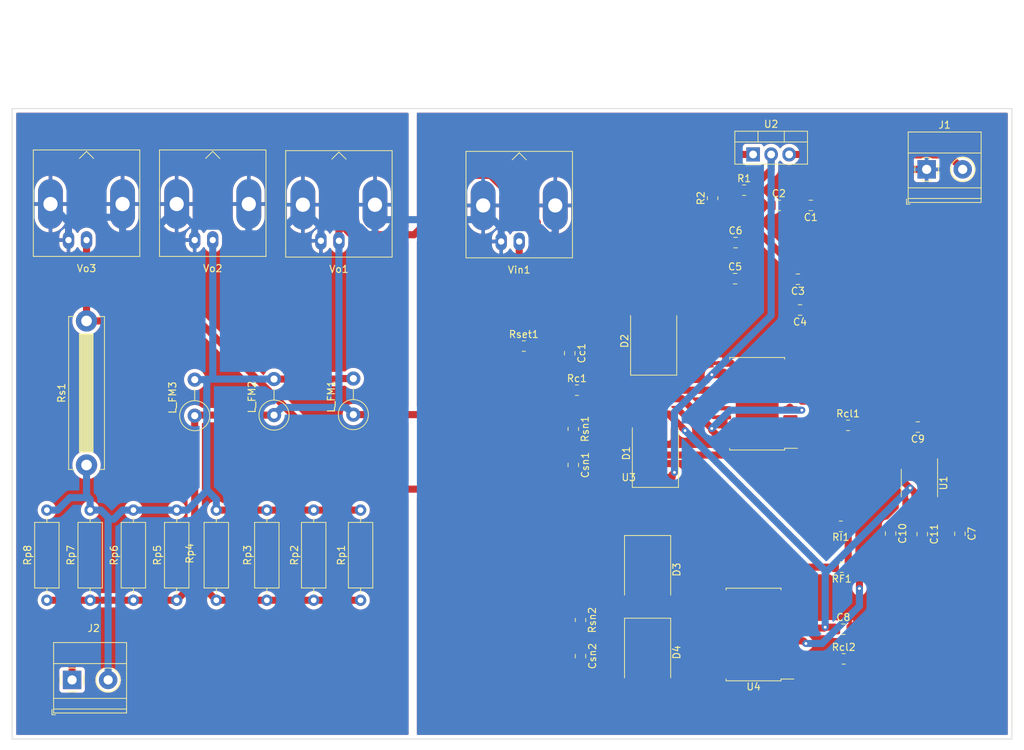
<source format=kicad_pcb>
(kicad_pcb (version 20211014) (generator pcbnew)
  (layers (0 "F.Cu" signal) (31 "B.Cu" signal) (34 "B.Paste" user) (35 "F.Paste" user) (36 "B.SilkS" user "B.Silkscreen") (37 "F.SilkS" user "F.Silkscreen") (38 "B.Mask" user) (39 "F.Mask" user) (44 "Edge.Cuts" user))
  (net 0 "")
  (net 1 "Net-(C1-Pad1)")
  (net 2 "GND")
  (net 3 "Vcc")
  (net 4 "Vref")
  (net 5 "Net-(C10-Pad1)")
  (net 6 "Imon")
  (net 7 "Net-(Cc1-Pad2)")
  (net 8 "Net-(Csn1-Pad1)")
  (net 9 "Net-(Csn2-Pad1)")
  (net 10 "Vm1")
  (net 11 "Vm3")
  (net 12 "Vm2")
  (net 13 "Net-(R1-Pad1)")
  (net 14 "Net-(Rcl1-Pad1)")
  (net 15 "Net-(Rcl2-Pad1)")
  (net 16 "unconnected-(RF1-Pad1)")
  (net 17 "Net-(Rset1-Pad1)")
  (net 27 "Net-(U4-Pad1)")
  (footprint "Resistor_THT:R_Axial_DIN0309_L9.0mm_D3.2mm_P12.70mm_Horizontal" (layer "F.Cu") (at 103.124 120.142 90)
    (fp_text reference "Rp4")
    (fp_text value "1")
  )
  (footprint "Resistor_SMD:R_0805_2012Metric" (layer "F.Cu") (at 191.2351 115.48 180)
    (fp_text reference "RF1")
    (fp_text value "1k")
  )
  (footprint "Diode_SMD:D_SMC" (layer "F.Cu") (at 163.8884 127.474 -90)
    (fp_text reference "D4")
    (fp_text value "0.35V")
  )
  (footprint "Capacitor_SMD:C_0805_2012Metric" (layer "F.Cu") (at 176.276 69.753)
    (fp_text reference "C6")
    (fp_text value "47uF")
  )
  (footprint "Capacitor_SMD:C_0805_2012Metric" (layer "F.Cu") (at 186.878 64.516 180)
    (fp_text reference "C1")
    (fp_text value "47uF")
  )
  (footprint "Capacitor_SMD:C_0805_2012Metric" (layer "F.Cu") (at 153.416 101.092 -90)
    (fp_text reference "Csn1")
    (fp_text value "0.01uF")
  )
  (footprint "Package_TO_SOT_THT:TO-220-3_Vertical" (layer "F.Cu") (at 178.75 57.333)
    (fp_text reference "U2")
    (fp_text value "LM317_TO-220")
  )
  (footprint "Resistor_THT:R_Axial_DIN0309_L9.0mm_D3.2mm_P12.70mm_Horizontal" (layer "F.Cu") (at 85.344 120.142 90)
    (fp_text reference "Rp7")
    (fp_text value "1")
  )
  (footprint "Connector_Coaxial:BNC_Amphenol_B6252HB-NPP3G-50_Horizontal" (layer "F.Cu") (at 120.396 69.498)
    (fp_text reference "Vo1")
    (fp_text value "Output")
  )
  (footprint "TerminalBlock_Phoenix:TerminalBlock_Phoenix_MKDS-1,5-2-5.08_1x02_P5.08mm_Horizontal" (layer "F.Cu") (at 82.799 131.369)
    (fp_text reference "J2")
    (fp_text value "Iout")
  )
  (footprint "Resistor_SMD:R_0805_2012Metric" (layer "F.Cu") (at 154.432 122.936 -90)
    (fp_text reference "Rsn2")
    (fp_text value "10")
  )
  (footprint "Connector_Coaxial:BNC_Amphenol_B6252HB-NPP3G-50_Horizontal" (layer "F.Cu") (at 84.836 69.398)
    (fp_text reference "Vo3")
    (fp_text value "Output")
  )
  (footprint "Capacitor_SMD:C_0805_2012Metric" (layer "F.Cu") (at 185.062 74.91 180)
    (fp_text reference "C3")
    (fp_text value "0.1uF")
  )
  (footprint "Resistor_SMD:R_0805_2012Metric" (layer "F.Cu") (at 191.516 128.407)
    (fp_text reference "Rcl2")
    (fp_text value "5.49k")
  )
  (footprint "Resistor_SMD:R_0805_2012Metric" (layer "F.Cu") (at 177.4861 62.367)
    (fp_text reference "R1")
    (fp_text value "240")
  )
  (footprint "Inductor_THT:L_Axial_L9.5mm_D4.0mm_P5.08mm_Vertical_Fastron_SMCC" (layer "F.Cu") (at 111.252 94.06 90)
    (fp_text reference "L_FM2")
    (fp_text value "0.1mH")
  )
  (footprint "Capacitor_SMD:C_0805_2012Metric" (layer "F.Cu") (at 185.362 79.248 180)
    (fp_text reference "C4")
    (fp_text value "47uF")
  )
  (footprint "Diode_SMD:D_SMC" (layer "F.Cu") (at 163.8884 115.824 -90)
    (fp_text reference "D3")
    (fp_text value "0.35V")
  )
  (footprint "Diode_SMD:D_SMC" (layer "F.Cu") (at 164.9832 99.4375 90)
    (fp_text reference "D1")
    (fp_text value "0.35V")
  )
  (footprint "Resistor_THT:R_Bare_Metal_Element_L21.3mm_W4.8mm_P20.30mm" (layer "F.Cu") (at 84.836 101.09 90)
    (fp_text reference "Rs1")
    (fp_text value "4")
  )
  (footprint "Resistor_THT:R_Axial_DIN0309_L9.0mm_D3.2mm_P12.70mm_Horizontal" (layer "F.Cu") (at 97.536 120.142 90)
    (fp_text reference "Rp5")
    (fp_text value "1")
  )
  (footprint "Resistor_SMD:R_0805_2012Metric" (layer "F.Cu") (at 153.416 96.012 -90)
    (fp_text reference "Rsn1")
    (fp_text value "10")
  )
  (footprint "Resistor_THT:R_Axial_DIN0309_L9.0mm_D3.2mm_P12.70mm_Horizontal" (layer "F.Cu") (at 116.84 120.142 90)
    (fp_text reference "Rp2")
    (fp_text value "1")
  )
  (footprint "Package_SO:SO-20-1EP_7.52x12.825mm_P1.27mm_EP6.045x12.09mm_Mask3.56x4.47mm" (layer "F.Cu") (at 178.816 124.968 180)
    (fp_text reference "U4")
    (fp_text value "OPA569DWP")
  )
  (footprint "Capacitor_SMD:C_0805_2012Metric" (layer "F.Cu") (at 201.959 95.738 180)
    (fp_text reference "C9")
    (fp_text value "1uF")
  )
  (footprint "Capacitor_SMD:C_0805_2012Metric" (layer "F.Cu") (at 198.12 110.728 -90)
    (fp_text reference "C10")
    (fp_text value "1uF")
  )
  (footprint "Capacitor_SMD:C_0805_2012Metric" (layer "F.Cu") (at 176.21 74.833)
    (fp_text reference "C5")
    (fp_text value "0.1uF")
  )
  (footprint "Inductor_THT:L_Axial_L9.5mm_D4.0mm_P5.08mm_Vertical_Fastron_SMCC" (layer "F.Cu") (at 100.076 94.14 90)
    (fp_text reference "L_FM3")
    (fp_text value "0.1mH")
  )
  (footprint "Resistor_THT:R_Axial_DIN0309_L9.0mm_D3.2mm_P12.70mm_Horizontal" (layer "F.Cu") (at 110.236 120.142 90)
    (fp_text reference "Rp3")
    (fp_text value "1")
  )
  (footprint "Resistor_SMD:R_0805_2012Metric" (layer "F.Cu") (at 191.1115 109.728 180)
    (fp_text reference "RI1")
    (fp_text value "1k")
  )
  (footprint "Capacitor_SMD:C_0805_2012Metric" (layer "F.Cu") (at 191.466 124.226)
    (fp_text reference "C8")
    (fp_text value "0.1uF")
  )
  (footprint "Diode_SMD:D_SMC" (layer "F.Cu") (at 164.7419 83.6276 90)
    (fp_text reference "D2")
    (fp_text value "0.35V")
  )
  (footprint "Capacitor_SMD:C_0805_2012Metric" (layer "F.Cu") (at 182.372 64.516)
    (fp_text reference "C2")
    (fp_text value "47uF")
  )
  (footprint "Capacitor_SMD:C_0805_2012Metric" (layer "F.Cu") (at 207.889 110.77 -90)
    (fp_text reference "C7")
    (fp_text value "0.1uF")
  )
  (footprint "Connector_Coaxial:BNC_Amphenol_B6252HB-NPP3G-50_Horizontal" (layer "F.Cu") (at 102.616 69.398)
    (fp_text reference "Vo2")
    (fp_text value "Output")
  )
  (footprint "Inductor_THT:L_Axial_L9.5mm_D4.0mm_P5.08mm_Vertical_Fastron_SMCC" (layer "F.Cu") (at 122.428 93.988 90)
    (fp_text reference "L_FM1")
    (fp_text value "0.1mH")
  )
  (footprint "Resistor_SMD:R_0805_2012Metric" (layer "F.Cu") (at 192.1275 95.504)
    (fp_text reference "Rcl1")
    (fp_text value "5.49k")
  )
  (footprint "Connector_Coaxial:BNC_Amphenol_B6252HB-NPP3G-50_Horizontal" (layer "F.Cu") (at 145.796 69.596)
    (fp_text reference "Vin1")
    (fp_text value "Input")
  )
  (footprint "Resistor_SMD:R_0805_2012Metric" (layer "F.Cu") (at 146.446 84.328)
    (fp_text reference "Rset1")
    (fp_text value "475")
  )
  (footprint "Capacitor_SMD:C_0805_2012Metric" (layer "F.Cu") (at 202.582 110.82 -90)
    (fp_text reference "C11")
    (fp_text value "47uF")
  )
  (footprint "Capacitor_SMD:C_0805_2012Metric" (layer "F.Cu") (at 152.908 85.344 -90)
    (fp_text reference "Cc1")
    (fp_text value "0.47uF")
  )
  (footprint "Resistor_SMD:R_0805_2012Metric" (layer "F.Cu") (at 173.045 63.5 90)
    (fp_text reference "R2")
    (fp_text value "720")
  )
  (footprint "Resistor_THT:R_Axial_DIN0309_L9.0mm_D3.2mm_P12.70mm_Horizontal" (layer "F.Cu") (at 91.44 120.142 90)
    (fp_text reference "Rp6")
    (fp_text value "1")
  )
  (footprint "Capacitor_SMD:C_0805_2012Metric" (layer "F.Cu") (at 154.432 128.016 -90)
    (fp_text reference "Csn2")
    (fp_text value "0.01uF")
  )
  (footprint "Package_SO:SO-20-1EP_7.52x12.825mm_P1.27mm_EP6.045x12.09mm_Mask3.56x4.47mm" (layer "F.Cu") (at 179.324 92.456 180)
    (fp_text reference "U3")
    (fp_text value "OPA569DWP")
  )
  (footprint "TerminalBlock_Phoenix:TerminalBlock_Phoenix_MKDS-1,5-2-5.08_1x02_P5.08mm_Horizontal" (layer "F.Cu") (at 203.2 59.436)
    (fp_text reference "J1")
    (fp_text value "+10V")
  )
  (footprint "Resistor_THT:R_Axial_DIN0309_L9.0mm_D3.2mm_P12.70mm_Horizontal" (layer "F.Cu") (at 79.248 120.142 90)
    (fp_text reference "Rp8")
    (fp_text value "1")
  )
  (footprint "Resistor_THT:R_Axial_DIN0309_L9.0mm_D3.2mm_P12.70mm_Horizontal" (layer "F.Cu") (at 123.444 120.142 90)
    (fp_text reference "Rp1")
    (fp_text value "1")
  )
  (footprint "Package_SO:SOIC-8_3.9x4.9mm_P1.27mm" (layer "F.Cu") (at 202.184 103.632 -90)
    (fp_text reference "U1")
    (fp_text value "REF5025AD")
  )
  (footprint "Resistor_SMD:R_0805_2012Metric" (layer "F.Cu") (at 153.924 90.541)
    (fp_text reference "Rc1")
    (fp_text value "249")
  )
  (gr_rect (start 74.352 50.876) (end 215.208 139.7) (layer "Edge.Cuts") (width 0.1) (fill none))
  (segment (start 187.828 64.516) (end 187.828 59.6766) (width 1) (layer "F.Cu") (net 1))
  (segment (start 208.28 59.436) (end 206.2482 57.4042) (width 1) (layer "F.Cu") (net 1))
  (segment (start 206.2482 57.4042) (end 190.1004 57.4042) (width 1) (layer "F.Cu") (net 1))
  (segment (start 187.828 59.6766) (end 185.4844 57.333) (width 1) (layer "F.Cu") (net 1))
  (segment (start 183.83 57.333) (end 185.4844 57.333) (width 1) (layer "F.Cu") (net 1))
  (segment (start 190.1004 57.4042) (end 187.828 59.6766) (width 1) (layer "F.Cu") (net 1))
  (segment (start 182.3831 97.902) (end 183.73 97.902) (width 0.601) (layer "F.Cu") (net 2))
  (segment (start 183.0847 86.741) (end 183.999 86.741) (width 0.601) (layer "F.Cu") (net 2))
  (segment (start 177.226 74.767) (end 177.226 69.753) (width 1) (layer "F.Cu") (net 2))
  (segment (start 166.357 130.9907) (end 172.3762 130.9907) (width 1) (layer "F.Cu") (net 2))
  (segment (start 185.928 64.7532) (end 187.1632 65.9884) (width 1) (layer "F.Cu") (net 2))
  (segment (start 194.6457 65.9884) (end 201.1981 59.436) (width 1) (layer "F.Cu") (net 2))
  (segment (start 175.5846 98.171) (end 176.3595 97.3961) (width 1) (layer "F.Cu") (net 2))
  (segment (start 154.432 128.966) (end 159.6285 128.966) (width 1) (layer "F.Cu") (net 2))
  (segment (start 159.6285 128.966) (end 161.5365 130.874) (width 1) (layer "F.Cu") (net 2))
  (segment (start 177.16 74.833) (end 177.226 74.767) (width 1) (layer "F.Cu") (net 2))
  (segment (start 209.3305 109.1664) (end 209.3305 110.4768) (width 1) (layer "F.Cu") (net 2))
  (segment (start 156.298 102.042) (end 160.169 98.171) (width 1) (layer "F.Cu") (net 2))
  (segment (start 173.045 64.4125) (end 173.045 76.2592) (width 1) (layer "F.Cu") (net 2))
  (segment (start 190.5868 98.171) (end 183.999 98.171) (width 1) (layer "F.Cu") (net 2))
  (segment (start 166.2403 130.874) (end 166.357 130.9907) (width 1) (layer "F.Cu") (net 2))
  (segment (start 175.9045 76.2609) (end 177.16 75.0054) (width 1) (layer "F.Cu") (net 2))
  (segment (start 194.6457 65.9884) (end 194.6457 71.7916) (width 1) (layer "F.Cu") (net 2))
  (segment (start 198.12 111.678) (end 197.9173 111.678) (width 1) (layer "F.Cu") (net 2))
  (segment (start 179.324 95.3354) (end 181.8906 97.902) (width 1) (layer "F.Cu") (net 2))
  (segment (start 194.6457 71.7916) (end 205.1334 82.2793) (width 1) (layer "F.Cu") (net 2))
  (segment (start 176.3595 95.631) (end 176.6551 95.3354) (width 1) (layer "F.Cu") (net 2))
  (segment (start 190.8993 98.4835) (end 190.6259 98.21) (width 1) (layer "F.Cu") (net 2))
  (segment (start 190.6259 98.21) (end 193.04 95.7959) (width 1) (layer "F.Cu") (net 2))
  (segment (start 200.279 101.157) (end 200.5465 101.4245) (width 1) (layer "F.Cu") (net 2))
  (segment (start 162.7125 130.874) (end 161.5365 130.874) (width 1) (layer "F.Cu") (net 2))
  (segment (start 172.44 130.9907) (end 172.44 129.1624) (width 0.601) (layer "F.Cu") (net 2))
  (segment (start 174.649 86.741) (end 175.6471 86.741) (width 1) (layer "F.Cu") (net 2))
  (segment (start 174.649 94.361) (end 174.649 95.631) (width 1) (layer "F.Cu") (net 2))
  (segment (start 164.7419 78.2757) (end 160.4338 78.2757) (width 1) (layer "F.Cu") (net 2))
  (segment (start 172.44 129.1624) (end 173.4594 128.143) (width 0.601) (layer "F.Cu") (net 2))
  (segment (start 173.045 76.2592) (end 173.0467 76.2609) (width 1) (layer "F.Cu") (net 2))
  (segment (start 182.0057 87.82) (end 183.0847 86.741) (width 0.601) (layer "F.Cu") (net 2))
  (segment (start 172.3762 130.9907) (end 172.44 130.9907) (width 1) (layer "F.Cu") (net 2))
  (segment (start 200.5465 101.4245) (end 200.5465 102.3351) (width 1) (layer "F.Cu") (net 2))
  (segment (start 202.582 111.77) (end 198.212 111.77) (width 1) (layer "F.Cu") (net 2))
  (segment (start 172.3762 131.1822) (end 172.9501 131.7561) (width 1) (layer "F.Cu") (net 2))
  (segment (start 176.3595 95.631) (end 174.649 95.631) (width 1) (layer "F.Cu") (net 2))
  (segment (start 172.3762 130.9907) (end 172.3762 131.1822) (width 1) (layer "F.Cu") (net 2))
  (segment (start 192.4285 124.226) (end 192.4285 128.407) (width 1) (layer "F.Cu") (net 2))
  (segment (start 164.7419 80.2276) (end 164.7419 78.2757) (width 1) (layer "F.Cu") (net 2))
  (segment (start 176.3595 97.3961) (end 176.3595 95.631) (width 1) (layer "F.Cu") (net 2))
  (segment (start 202.632 111.72) (end 202.582 111.77) (width 1) (layer "F.Cu") (net 2))
  (segment (start 200.4128 101.0232) (end 200.279 101.157) (width 0.601) (layer "F.Cu") (net 2))
  (segment (start 198.212 118.4425) (end 192.4285 124.226) (width 1) (layer "F.Cu") (net 2))
  (segment (start 160.4338 78.2757) (end 150.876 68.7179) (width 1) (layer "F.Cu") (net 2))
  (segment (start 193.04 95.7959) (end 193.04 95.504) (width 1) (layer "F.Cu") (net 2))
  (segment (start 179.324 92.456) (end 179.324 95.3354) (width 1) (layer "F.Cu") (net 2))
  (segment (start 201.0459 102.8345) (end 202.9986 102.8345) (width 1) (layer "F.Cu") (net 2))
  (segment (start 184.412 75.21) (end 184.112 74.91) (width 1) (layer "F.Cu") (net 2))
  (segment (start 202.9986 102.8345) (end 203.8416 103.6774) (width 1) (layer "F.Cu") (net 2))
  (segment (start 173.045 76.2592) (end 171.0285 78.2757) (width 1) (layer "F.Cu") (net 2))
  (segment (start 177.16 75.0054) (end 177.16 74.91) (width 1) (layer "F.Cu") (net 2))
  (segment (start 200.5465 102.3351) (end 201.0459 102.8345) (width 1) (layer "F.Cu") (net 2))
  (segment (start 174.649 98.171) (end 175.5846 98.171) (width 1) (layer "F.Cu") (net 2))
  (segment (start 184.412 79.248) (end 184.412 86.328) (width 1) (layer "F.Cu") (net 2))
  (segment (start 177.16 74.91) (end 184.112 74.91) (width 1) (layer "F.Cu") (net 2))
  (segment (start 175.6471 86.741) (end 179.3659 90.4598) (width 1) (layer "F.Cu") (net 2))
  (segment (start 198.212 111.77) (end 198.12 111.678) (width 1) (layer "F.Cu") (net 2))
  (segment (start 150.876 64.516) (end 150.876 68.7179) (width 1) (layer "F.Cu") (net 2))
  (segment (start 208.0873 111.72) (end 207.889 111.72) (width 1) (layer "F.Cu") (net 2))
  (segment (start 172.9501 131.7561) (end 189.3431 131.7561) (width 1) (layer "F.Cu") (net 2))
  (segment (start 190.6259 98.21) (end 190.5868 98.171) (width 1) (layer "F.Cu") (net 2))
  (segment (start 176.6551 95.3354) (end 179.324 95.3354) (width 1) (layer "F.Cu") (net 2))
  (segment (start 174.141 128.143) (end 174.141 126.873) (width 1) (layer "F.Cu") (net 2))
  (segment (start 187.1632 65.9884) (end 194.6457 65.9884) (width 1) (layer "F.Cu") (net 2))
  (segment (start 184.412 86.328) (end 183.999 86.741) (width 1) (layer "F.Cu") (net 2))
  (segment (start 153.416 102.042) (end 156.298 102.042) (width 1) (layer "F.Cu") (net 2))
  (segment (start 179.324 90.5017) (end 179.3659 90.4598) (width 1) (layer "F.Cu") (net 2))
  (segment (start 205.1334 82.2793) (end 205.1334 102.3856) (width 1) (layer "F.Cu") (net 2))
  (segment (start 173.4594 128.143) (end 174.141 128.143) (width 0.601) (layer "F.Cu") (net 2))
  (segment (start 192.4285 128.6707) (end 192.4285 128.407) (width 1) (layer "F.Cu") (net 2))
  (segment (start 203.2 59.436) (end 201.1981 59.436) (width 1) (layer "F.Cu") (net 2))
  (segment (start 160.169 98.171) (end 174.649 98.171) (width 1) (layer "F.Cu") (net 2))
  (segment (start 205.1334 102.3856) (end 203.8416 103.6774) (width 1) (layer "F.Cu") (net 2))
  (segment (start 184.412 79.248) (end 184.412 75.21) (width 1) (layer "F.Cu") (net 2))
  (segment (start 183.73 97.902) (end 183.999 98.171) (width 0.601) (layer "F.Cu") (net 2))
  (segment (start 179.324 92.456) (end 179.324 90.5017) (width 1) (layer "F.Cu") (net 2))
  (segment (start 207.889 111.72) (end 202.632 111.72) (width 1) (layer "F.Cu") (net 2))
  (segment (start 179.3659 90.4598) (end 182.0057 87.82) (width 1) (layer "F.Cu") (net 2))
  (segment (start 203.8416 103.6774) (end 209.3305 109.1664) (width 1) (layer "F.Cu") (net 2))
  (segment (start 190.8993 104.66) (end 190.8993 98.4835) (width 1) (layer "F.Cu") (net 2))
  (segment (start 162.7125 130.874) (end 163.8884 130.874) (width 1) (layer "F.Cu") (net 2))
  (segment (start 181.8906 97.902) (end 182.3831 97.902) (width 1) (layer "F.Cu") (net 2))
  (segment (start 209.3305 110.4768) (end 208.0873 111.72) (width 1) (layer "F.Cu") (net 2))
  (segment (start 197.9173 111.678) (end 190.8993 104.66) (width 1) (layer "F.Cu") (net 2))
  (segment (start 185.928 64.516) (end 185.928 64.7532) (width 1) (layer "F.Cu") (net 2))
  (segment (start 200.4128 96.3342) (end 201.009 95.738) (width 1) (layer "F.Cu") (net 2))
  (segment (start 200.4128 100.9636) (end 200.4128 96.3342) (width 1) (layer "F.Cu") (net 2))
  (segment (start 163.8884 130.874) (end 166.2403 130.874) (width 1) (layer "F.Cu") (net 2))
  (segment (start 198.212 111.77) (end 198.212 118.4425) (width 1) (layer "F.Cu") (net 2))
  (segment (start 200.4128 100.9636) (end 200.4128 101.0232) (width 0.601) (layer "F.Cu") (net 2))
  (segment (start 177.16 74.91) (end 177.16 74.833) (width 1) (layer "F.Cu") (net 2))
  (segment (start 171.0285 78.2757) (end 164.7419 78.2757) (width 1) (layer "F.Cu") (net 2))
  (segment (start 189.3431 131.7561) (end 192.4285 128.6707) (width 1) (layer "F.Cu") (net 2))
  (segment (start 173.0467 76.2609) (end 175.9045 76.2609) (width 1) (layer "F.Cu") (net 2))
  (segment (start 192.4285 124.226) (end 192.416 124.226) (width 1) (layer "F.Cu") (net 2))
  (segment (start 185.928 64.516) (end 183.322 64.516) (width 1) (layer "F.Cu") (net 2))
  (segment (start 125.476 64.418) (end 125.476 66.5189) (width 1) (layer "B.Cu") (net 2))
  (segment (start 117.856 67.5461) (end 115.316 65.0061) (width 1) (layer "B.Cu") (net 2))
  (segment (start 107.696 68.5199) (end 105.9548 68.5199) (width 1) (layer "B.Cu") (net 2))
  (segment (start 150.876 68.7179) (end 149.8604 68.7179) (width 1) (layer "B.Cu") (net 2))
  (segment (start 141.1293 65.5174) (end 143.256 67.6441) (width 1) (layer "B.Cu") (net 2))
  (segment (start 83.5592 66.1829) (end 82.5901 67.152) (width 1) (layer "B.Cu") (net 2))
  (segment (start 124.4604 68.6199) (end 125.476 68.6199) (width 1) (layer "B.Cu") (net 2))
  (segment (start 140.716 64.516) (end 140.716 65.5174) (width 1) (layer "B.Cu") (net 2))
  (segment (start 82.296 69.398) (end 82.296 67.4461) (width 1) (layer "B.Cu") (net 2))
  (segment (start 117.856 69.498) (end 117.856 67.5461) (width 1) (layer "B.Cu") (net 2))
  (segment (start 89.916 64.318) (end 89.916 66.1829) (width 1) (layer "B.Cu") (net 2))
  (segment (start 79.756 64.318) (end 82.5901 67.152) (width 1) (layer "B.Cu") (net 2))
  (segment (start 97.536 64.9061) (end 93.9222 68.5199) (width 1) (layer "B.Cu") (net 2))
  (segment (start 89.916 66.1829) (end 89.916 68.5199) (width 1) (layer "B.Cu") (net 2))
  (segment (start 82.5901 67.152) (end 82.296 67.4461) (width 1) (layer "B.Cu") (net 2))
  (segment (start 140.716 65.5174) (end 140.716 66.5189) (width 1) (layer "B.Cu") (net 2))
  (segment (start 148.7866 67.6441) (end 143.256 67.6441) (width 1) (layer "B.Cu") (net 2))
  (segment (start 100.076 69.398) (end 100.076 67.4461) (width 1) (layer "B.Cu") (net 2))
  (segment (start 115.316 65.0061) (end 115.316 64.418) (width 1) (layer "B.Cu") (net 2))
  (segment (start 123.3866 67.5461) (end 124.4604 68.6199) (width 1) (layer "B.Cu") (net 2))
  (segment (start 89.916 66.1829) (end 83.5592 66.1829) (width 1) (layer "B.Cu") (net 2))
  (segment (start 125.476 66.5189) (end 140.716 66.5189) (width 1) (layer "B.Cu") (net 2))
  (segment (start 105.9548 68.5199) (end 104.881 67.4461) (width 1) (layer "B.Cu") (net 2))
  (segment (start 97.536 64.9061) (end 97.536 64.318) (width 1) (layer "B.Cu") (net 2))
  (segment (start 104.881 67.4461) (end 100.076 67.4461) (width 1) (layer "B.Cu") (net 2))
  (segment (start 150.876 64.516) (end 150.876 68.7179) (width 1) (layer "B.Cu") (net 2))
  (segment (start 107.696 64.318) (end 107.696 68.5199) (width 1) (layer "B.Cu") (net 2))
  (segment (start 117.856 67.5461) (end 123.3866 67.5461) (width 1) (layer "B.Cu") (net 2))
  (segment (start 125.476 66.5189) (end 125.476 68.6199) (width 1) (layer "B.Cu") (net 2))
  (segment (start 100.076 67.4461) (end 97.536 64.9061) (width 1) (layer "B.Cu") (net 2))
  (segment (start 143.256 69.596) (end 143.256 67.6441) (width 1) (layer "B.Cu") (net 2))
  (segment (start 111.8022 68.5199) (end 107.696 68.5199) (width 1) (layer "B.Cu") (net 2))
  (segment (start 140.716 65.5174) (end 141.1293 65.5174) (width 1) (layer "B.Cu") (net 2))
  (segment (start 93.9222 68.5199) (end 89.916 68.5199) (width 1) (layer "B.Cu") (net 2))
  (segment (start 149.8604 68.7179) (end 148.7866 67.6441) (width 1) (layer "B.Cu") (net 2))
  (segment (start 115.316 65.0061) (end 111.8022 68.5199) (width 1) (layer "B.Cu") (net 2))
  (segment (start 174.2991 88.3609) (end 174.649 88.011) (width 1) (layer "F.Cu") (net 3))
  (segment (start 174.2991 88.9311) (end 174.649 89.281) (width 1) (layer "F.Cu") (net 3))
  (segment (start 173.1937 120.523) (end 171.9287 119.2579) (width 1) (layer "F.Cu") (net 3))
  (segment (start 163.8884 111.7424) (end 163.8884 112.424) (width 1) (layer "F.Cu") (net 3))
  (segment (start 163.8884 112.424) (end 163.8884 114.3759) (width 1) (layer "F.Cu") (net 3))
  (segment (start 183.8797 121.4043) (end 183.491 121.793) (width 0.601) (layer "F.Cu") (net 3))
  (segment (start 177.812 67.2516) (end 178.1892 66.8744) (width 1) (layer "F.Cu") (net 3))
  (segment (start 195.7716 88.4117) (end 186.312 88.4117) (width 1) (layer "F.Cu") (net 3))
  (segment (start 174.141 120.523) (end 173.1937 120.523) (width 1) (layer "F.Cu") (net 3))
  (segment (start 185.6149 89.012) (end 184.268 89.012) (width 0.601) (layer "F.Cu") (net 3))
  (segment (start 181.29 59.4756) (end 178.3986 62.367) (width 1) (layer "F.Cu") (net 3))
  (segment (start 178.1892 66.8744) (end 186.012 74.6973) (width 1) (layer "F.Cu") (net 3))
  (segment (start 185.2346 120.9853) (end 185.2346 118.7869) (width 1) (layer "F.Cu") (net 3))
  (segment (start 186.2152 88.4117) (end 185.6149 89.012) (width 1) (layer "F.Cu") (net 3))
  (segment (start 163.8884 111.7424) (end 163.8884 110.4721) (width 1) (layer "F.Cu") (net 3))
  (segment (start 186.312 75.21) (end 186.012 74.91) (width 1) (layer "F.Cu") (net 3))
  (segment (start 175.326 69.5725) (end 177.6469 67.2516) (width 1) (layer "F.Cu") (net 3))
  (segment (start 202.909 95.5491) (end 195.7716 88.4117) (width 1) (layer "F.Cu") (net 3))
  (segment (start 166.1592 102.8375) (end 166.1592 108.2013) (width 1) (layer "F.Cu") (net 3))
  (segment (start 202.909 95.738) (end 202.909 95.5491) (width 1) (layer "F.Cu") (net 3))
  (segment (start 167.7865 118.274) (end 163.8884 114.3759) (width 1) (layer "F.Cu") (net 3))
  (segment (start 164.9832 102.8375) (end 166.1592 102.8375) (width 1) (layer "F.Cu") (net 3))
  (segment (start 186.312 88.4117) (end 186.2152 88.4117) (width 1) (layer "F.Cu") (net 3))
  (segment (start 180.5476 64.516) (end 178.3986 62.367) (width 1) (layer "F.Cu") (net 3))
  (segment (start 175.326 69.753) (end 175.326 74.767) (width 1) (layer "F.Cu") (net 3))
  (segment (start 186.312 79.248) (end 186.312 88.4117) (width 1) (layer "F.Cu") (net 3))
  (segment (start 181.29 57.333) (end 181.29 59.4756) (width 1) (layer "F.Cu") (net 3))
  (segment (start 174.2991 88.3609) (end 174.2991 88.9311) (width 1) (layer "F.Cu") (net 3))
  (segment (start 184.4716 118.0239) (end 173.1627 118.0239) (width 1) (layer "F.Cu") (net 3))
  (segment (start 178.1892 66.8744) (end 180.5476 64.516) (width 1) (layer "F.Cu") (net 3))
  (segment (start 185.2346 118.7869) (end 184.4716 118.0239) (width 1) (layer "F.Cu") (net 3))
  (segment (start 175.326 74.767) (end 175.26 74.833) (width 1) (layer "F.Cu") (net 3))
  (segment (start 202.819 101.157) (end 202.819 95.828) (width 1) (layer "F.Cu") (net 3))
  (segment (start 177.6469 67.2516) (end 177.812 67.2516) (width 1) (layer "F.Cu") (net 3))
  (segment (start 202.819 95.828) (end 202.909 95.738) (width 1) (layer "F.Cu") (net 3))
  (segment (start 186.312 79.248) (end 186.312 75.21) (width 1) (layer "F.Cu") (net 3))
  (segment (start 170.9447 118.274) (end 167.7865 118.274) (width 1) (layer "F.Cu") (net 3))
  (segment (start 167.6695 102.1298) (end 167.3351 102.4642) (width 1) (layer "F.Cu") (net 3))
  (segment (start 186.012 74.6973) (end 186.012 74.91) (width 1) (layer "F.Cu") (net 3))
  (segment (start 166.1592 108.2013) (end 163.8884 110.4721) (width 1) (layer "F.Cu") (net 3))
  (segment (start 181.422 64.516) (end 180.5476 64.516) (width 1) (layer "F.Cu") (net 3))
  (segment (start 175.326 69.753) (end 175.326 69.5725) (width 1) (layer "F.Cu") (net 3))
  (segment (start 167.3351 102.4642) (end 167.3351 102.8375) (width 1) (layer "F.Cu") (net 3))
  (segment (start 174.141 121.793) (end 174.141 120.523) (width 1) (layer "F.Cu") (net 3))
  (segment (start 184.8156 121.4043) (end 185.2346 120.9853) (width 1) (layer "F.Cu") (net 3))
  (segment (start 173.1627 118.0239) (end 171.9287 119.2579) (width 1) (layer "F.Cu") (net 3))
  (segment (start 172.929 88.3609) (end 174.2991 88.3609) (width 1) (layer "F.Cu") (net 3))
  (segment (start 184.8156 121.4043) (end 183.8797 121.4043) (width 0.601) (layer "F.Cu") (net 3))
  (segment (start 166.1592 102.8375) (end 167.3351 102.8375) (width 1) (layer "F.Cu") (net 3))
  (segment (start 171.9287 119.2579) (end 170.9447 118.274) (width 1) (layer "F.Cu") (net 3))
  (segment (start 184.268 89.012) (end 183.999 89.281) (width 0.601) (layer "F.Cu") (net 3))
  (via (at 167.6695 102.1298) (size 0.8) (drill 0.4) (layers "F.Cu" "B.Cu") (net 3))
  (via (at 172.929 88.3609) (size 0.8) (drill 0.4) (layers "F.Cu" "B.Cu") (net 3))
  (segment (start 181.29 57.333) (end 181.29 79.9999) (width 1) (layer "B.Cu") (net 3))
  (segment (start 181.29 79.9999) (end 172.929 88.3609) (width 1) (layer "B.Cu") (net 3))
  (segment (start 167.6695 93.6204) (end 167.6695 102.1298) (width 1) (layer "B.Cu") (net 3))
  (segment (start 172.929 88.3609) (end 167.6695 93.6204) (width 1) (layer "B.Cu") (net 3))
  (segment (start 188.905 123.9384) (end 188.7794 124.064) (width 1) (layer "F.Cu") (net 4))
  (segment (start 190.2284 123.9384) (end 190.516 124.226) (width 1) (layer "F.Cu") (net 4))
  (segment (start 188.905 123.9384) (end 190.2284 123.9384) (width 1) (layer "F.Cu") (net 4))
  (segment (start 185.3459 91.821) (end 183.999 91.821) (width 0.601) (layer "F.Cu") (net 4))
  (segment (start 200.8303 104.3186) (end 200.8791 104.3186) (width 1) (layer "F.Cu") (net 4))
  (segment (start 207.889 109.82) (end 202.632 109.82) (width 1) (layer "F.Cu") (net 4))
  (segment (start 185.6149 92.09) (end 191.78 92.09) (width 1) (layer "F.Cu") (net 4))
  (segment (start 201.549 104.9885) (end 201.549 106.107) (width 1) (layer "F.Cu") (net 4))
  (segment (start 183.76 124.064) (end 183.491 124.333) (width 0.601) (layer "F.Cu") (net 4))
  (segment (start 195.6096 95.9196) (end 195.6096 99.0979) (width 1) (layer "F.Cu") (net 4))
  (segment (start 201.549 108.737) (end 201.549 106.107) (width 1) (layer "F.Cu") (net 4))
  (segment (start 162.6168 93.8991) (end 161.0692 92.3515) (width 1) (layer "F.Cu") (net 4))
  (segment (start 188.7794 124.064) (end 185.1069 124.064) (width 1) (layer "F.Cu") (net 4))
  (segment (start 161.0692 92.3515) (end 156.647 92.3515) (width 1) (layer "F.Cu") (net 4))
  (segment (start 195.6096 99.0979) (end 200.8303 104.3186) (width 1) (layer "F.Cu") (net 4))
  (segment (start 156.647 92.3515) (end 154.8365 90.541) (width 1) (layer "F.Cu") (net 4))
  (segment (start 202.632 109.82) (end 201.549 108.737) (width 1) (layer "F.Cu") (net 4))
  (segment (start 185.1069 124.064) (end 183.76 124.064) (width 0.601) (layer "F.Cu") (net 4))
  (segment (start 200.8791 104.3186) (end 201.549 104.9885) (width 1) (layer "F.Cu") (net 4))
  (segment (start 185.6149 92.09) (end 185.3459 91.821) (width 0.601) (layer "F.Cu") (net 4))
  (segment (start 166.8268 93.8991) (end 162.6168 93.8991) (width 1) (layer "F.Cu") (net 4))
  (segment (start 191.78 92.09) (end 195.6096 95.9196) (width 1) (layer "F.Cu") (net 4))
  (segment (start 169.1621 96.2344) (end 166.8268 93.8991) (width 1) (layer "F.Cu") (net 4))
  (segment (start 202.632 109.82) (end 202.582 109.87) (width 1) (layer "F.Cu") (net 4))
  (via (at 169.1621 96.2344) (size 0.8) (drill 0.4) (layers "F.Cu" "B.Cu") (net 4))
  (via (at 200.8791 104.3186) (size 0.8) (drill 0.4) (layers "F.Cu" "B.Cu") (net 4))
  (via (at 188.905 123.9384) (size 0.8) (drill 0.4) (layers "F.Cu" "B.Cu") (net 4))
  (segment (start 188.905 116.2927) (end 188.905 123.9384) (width 1) (layer "B.Cu") (net 4))
  (segment (start 200.8791 104.3186) (end 189.0627 116.135) (width 1) (layer "B.Cu") (net 4))
  (segment (start 189.0627 116.135) (end 169.1621 96.2344) (width 1) (layer "B.Cu") (net 4))
  (segment (start 189.0627 116.135) (end 188.905 116.2927) (width 1) (layer "B.Cu") (net 4))
  (segment (start 198.12 109.778) (end 200.279 107.619) (width 1) (layer "F.Cu") (net 5))
  (segment (start 200.279 107.619) (end 200.279 106.107) (width 1) (layer "F.Cu") (net 5))
  (segment (start 153.1117 84.394) (end 152.908 84.394) (width 1) (layer "F.Cu") (net 6))
  (segment (start 185.6201 93.3652) (end 184.3578 93.3652) (width 0.601) (layer "F.Cu") (net 6))
  (segment (start 172.929 95.9419) (end 168.7385 91.7514) (width 1) (layer "F.Cu") (net 6))
  (segment (start 166.0549 91.7514) (end 164.853 90.5495) (width 1) (layer "F.Cu") (net 6))
  (segment (start 183.7959 93.0677) (end 183.7959 93.091) (width 0.601) (layer "F.Cu") (net 6))
  (segment (start 159.2672 90.5495) (end 153.1117 84.394) (width 1) (layer "F.Cu") (net 6))
  (segment (start 164.853 90.5495) (end 159.2672 90.5495) (width 1) (layer "F.Cu") (net 6))
  (segment (start 184.3578 93.3652) (end 183.9281 92.9355) (width 0.601) (layer "F.Cu") (net 6))
  (segment (start 172.929 96.1769) (end 172.929 95.9419) (width 1) (layer "F.Cu") (net 6))
  (segment (start 173.6531 96.901) (end 172.929 96.1769) (width 1) (layer "F.Cu") (net 6))
  (segment (start 183.999 93.091) (end 183.7959 93.091) (width 1) (layer "F.Cu") (net 6))
  (segment (start 174.649 96.901) (end 173.6531 96.901) (width 1) (layer "F.Cu") (net 6))
  (segment (start 152.842 84.328) (end 152.908 84.394) (width 1) (layer "F.Cu") (net 6))
  (segment (start 183.9281 92.9355) (end 183.7959 93.0677) (width 1) (layer "F.Cu") (net 6))
  (segment (start 147.3585 84.328) (end 152.842 84.328) (width 1) (layer "F.Cu") (net 6))
  (segment (start 168.7385 91.7514) (end 166.0549 91.7514) (width 1) (layer "F.Cu") (net 6))
  (via (at 185.6201 93.3652) (size 0.8) (drill 0.4) (layers "F.Cu" "B.Cu") (net 6))
  (via (at 172.929 95.9419) (size 0.8) (drill 0.4) (layers "F.Cu" "B.Cu") (net 6))
  (segment (start 185.6201 93.3652) (end 175.5057 93.3652) (width 1) (layer "B.Cu") (net 6))
  (segment (start 175.5057 93.3652) (end 172.929 95.9419) (width 1) (layer "B.Cu") (net 6))
  (segment (start 152.908 86.294) (end 153.0115 86.3975) (width 1) (layer "F.Cu") (net 7))
  (segment (start 153.0115 86.3975) (end 153.0115 90.541) (width 1) (layer "F.Cu") (net 7))
  (segment (start 153.416 100.142) (end 153.416 96.9245) (width 1) (layer "F.Cu") (net 8))
  (segment (start 154.432 127.066) (end 154.432 123.8485) (width 1) (layer "F.Cu") (net 9))
  (segment (start 91.44 120.142) (end 85.344 120.142) (width 1) (layer "F.Cu") (net 10))
  (segment (start 85.344 120.142) (end 82.799 120.142) (width 1) (layer "F.Cu") (net 10))
  (segment (start 180.1547 99.6837) (end 190.199 109.728) (width 1) (layer "F.Cu") (net 10))
  (segment (start 164.9827 88.9795) (end 164.7419 88.9795) (width 1) (layer "F.Cu") (net 10))
  (segment (start 91.44 120.142) (end 97.536 120.142) (width 1) (layer "F.Cu") (net 10))
  (segment (start 116.84 120.142) (end 123.444 120.142) (width 1) (layer "F.Cu") (net 10))
  (segment (start 164.7419 87.0276) (end 164.7419 85.0757) (width 1) (layer "F.Cu") (net 10))
  (segment (start 141.738 60.2832) (end 148.336 66.8812) (width 1) (layer "F.Cu") (net 10))
  (segment (start 161.6933 95.0995) (end 162.6313 96.0375) (width 1) (layer "F.Cu") (net 10))
  (segment (start 122.116 68.644) (end 130.9787 68.644) (width 1) (layer "F.Cu") (net 10))
  (segment (start 100.33 117.348) (end 103.124 120.142) (width 1) (layer "F.Cu") (net 10))
  (segment (start 97.536 120.142) (end 100.33 117.348) (width 1) (layer "F.Cu") (net 10))
  (segment (start 110.236 120.142) (end 103.124 120.142) (width 1) (layer "F.Cu") (net 10))
  (segment (start 121.0181 67.5461) (end 122.116 68.644) (width 1) (layer "F.Cu") (net 10))
  (segment (start 162.5447 99.6837) (end 180.1547 99.6837) (width 1) (layer "F.Cu") (net 10))
  (segment (start 120.396 69.498) (end 120.396 67.5461) (width 1) (layer "F.Cu") (net 10))
  (segment (start 120.396 67.5461) (end 121.0181 67.5461) (width 1) (layer "F.Cu") (net 10))
  (segment (start 151.957 102.6554) (end 152.5465 103.2449) (width 1) (layer "F.Cu") (net 10))
  (segment (start 100.076 94.14) (end 100.076 117.094) (width 1) (layer "F.Cu") (net 10))
  (segment (start 110.236 120.142) (end 116.84 120.142) (width 1) (layer "F.Cu") (net 10))
  (segment (start 82.799 120.142) (end 79.248 120.142) (width 1) (layer "F.Cu") (net 10))
  (segment (start 151.957 96.3163) (end 151.957 102.6554) (width 1) (layer "F.Cu") (net 10))
  (segment (start 152.5465 103.2449) (end 158.9835 103.2449) (width 1) (layer "F.Cu") (net 10))
  (segment (start 153.416 95.0995) (end 161.6933 95.0995) (width 1) (layer "F.Cu") (net 10))
  (segment (start 149.6287 93.988) (end 122.428 93.988) (width 1) (layer "F.Cu") (net 10))
  (segment (start 164.9832 96.0375) (end 162.6313 96.0375) (width 1) (layer "F.Cu") (net 10))
  (segment (start 151.957 96.3163) (end 149.6287 93.988) (width 1) (layer "F.Cu") (net 10))
  (segment (start 111.252 94.06) (end 100.156 94.06) (width 1) (layer "F.Cu") (net 10))
  (segment (start 153.1738 95.0995) (end 151.957 96.3163) (width 1) (layer "F.Cu") (net 10))
  (segment (start 166.5527 90.5495) (end 164.9827 88.9795) (width 1) (layer "F.Cu") (net 10))
  (segment (start 174.649 90.551) (end 174.649 91.821) (width 1) (layer "F.Cu") (net 10))
  (segment (start 148.336 66.8812) (end 148.336 68.6698) (width 1) (layer "F.Cu") (net 10))
  (segment (start 82.799 120.142) (end 82.799 131.369) (width 1) (layer "F.Cu") (net 10))
  (segment (start 174.6475 90.5495) (end 166.5527 90.5495) (width 1) (layer "F.Cu") (net 10))
  (segment (start 164.7419 87.0276) (end 164.7419 88.9795) (width 1) (layer "F.Cu") (net 10))
  (segment (start 139.3395 60.2832) (end 141.738 60.2832) (width 1) (layer "F.Cu") (net 10))
  (segment (start 174.649 90.551) (end 174.6475 90.5495) (width 1) (layer "F.Cu") (net 10))
  (segment (start 153.416 95.0995) (end 153.1738 95.0995) (width 1) (layer "F.Cu") (net 10))
  (segment (start 148.336 68.6698) (end 164.7419 85.0757) (width 1) (layer "F.Cu") (net 10))
  (segment (start 158.9835 103.2449) (end 162.5447 99.6837) (width 1) (layer "F.Cu") (net 10))
  (segment (start 100.156 94.06) (end 100.076 94.14) (width 1) (layer "F.Cu") (net 10))
  (segment (start 130.9787 68.644) (end 139.3395 60.2832) (width 1) (layer "F.Cu") (net 10))
  (segment (start 100.076 117.094) (end 100.33 117.348) (width 1) (layer "F.Cu") (net 10))
  (segment (start 121.412 92.972) (end 120.396 92.972) (width 1) (layer "B.Cu") (net 10))
  (segment (start 120.396 92.972) (end 120.396 69.498) (width 1) (layer "B.Cu") (net 10))
  (segment (start 112.34 92.972) (end 111.252 94.06) (width 1) (layer "B.Cu") (net 10))
  (segment (start 122.428 93.988) (end 121.412 92.972) (width 1) (layer "B.Cu") (net 10))
  (segment (start 120.396 92.972) (end 112.34 92.972) (width 1) (layer "B.Cu") (net 10))
  (segment (start 163.8884 117.2721) (end 161.5149 114.8986) (width 1) (layer "F.Cu") (net 11))
  (segment (start 161.5149 104.4917) (end 124.3556 104.4917) (width 1) (layer "F.Cu") (net 11))
  (segment (start 161.5149 102.4132) (end 163.0425 100.8856) (width 1) (layer "F.Cu") (net 11))
  (segment (start 124.3556 104.4917) (end 100.6539 80.79) (width 1) (layer "F.Cu") (net 11))
  (segment (start 163.8884 122.0235) (end 154.432 122.0235) (width 1) (layer "F.Cu") (net 11))
  (segment (start 163.8884 119.224) (end 163.8884 122.0235) (width 1) (layer "F.Cu") (net 11))
  (segment (start 183.1847 115.48) (end 190.3226 115.48) (width 1) (layer "F.Cu") (net 11))
  (segment (start 84.836 80.79) (end 84.836 69.398) (width 1) (layer "F.Cu") (net 11))
  (segment (start 163.8884 122.0235) (end 163.8884 122.1221) (width 1) (layer "F.Cu") (net 11))
  (segment (start 163.0425 100.8856) (end 168.5903 100.8856) (width 1) (layer "F.Cu") (net 11))
  (segment (start 173.9705 124.1625) (end 173.9705 123.2335) (width 1) (layer "F.Cu") (net 11))
  (segment (start 161.5149 104.4917) (end 161.5149 102.4132) (width 1) (layer "F.Cu") (net 11))
  (segment (start 163.8884 119.224) (end 163.8884 117.2721) (width 1) (layer "F.Cu") (net 11))
  (segment (start 174.141 124.333) (end 173.9705 124.1625) (width 1) (layer "F.Cu") (net 11))
  (segment (start 168.5903 100.8856) (end 183.1847 115.48) (width 1) (layer "F.Cu") (net 11))
  (segment (start 163.8884 123.2335) (end 163.8884 122.1221) (width 1) (layer "F.Cu") (net 11))
  (segment (start 163.8884 123.2335) (end 173.9705 123.2335) (width 1) (layer "F.Cu") (net 11))
  (segment (start 161.5149 114.8986) (end 161.5149 104.4917) (width 1) (layer "F.Cu") (net 11))
  (segment (start 173.9705 123.2335) (end 174.141 123.063) (width 1) (layer "F.Cu") (net 11))
  (segment (start 100.6539 80.79) (end 84.836 80.79) (width 1) (layer "F.Cu") (net 11))
  (segment (start 163.8884 124.074) (end 163.8884 123.2335) (width 1) (layer "F.Cu") (net 11))
  (segment (start 111.252 88.98) (end 120.6541 88.98) (width 1) (layer "F.Cu") (net 12))
  (segment (start 116.84 107.442) (end 123.444 107.442) (width 1) (layer "F.Cu") (net 12))
  (segment (start 122.428 88.908) (end 120.7261 88.908) (width 1) (layer "F.Cu") (net 12))
  (segment (start 110.236 107.442) (end 103.124 107.442) (width 1) (layer "F.Cu") (net 12))
  (segment (start 110.236 107.442) (end 116.84 107.442) (width 1) (layer "F.Cu") (net 12))
  (segment (start 120.6541 88.98) (end 120.7261 88.908) (width 1) (layer "F.Cu") (net 12))
  (segment (start 98.287 107.442) (end 97.536 107.442) (width 1) (layer "B.Cu") (net 12))
  (segment (start 100.076 89.06) (end 101.7779 89.06) (width 1) (layer "B.Cu") (net 12))
  (segment (start 85.344 107.442) (end 86.8459 107.442) (width 1) (layer "B.Cu") (net 12))
  (segment (start 98.287 107.442) (end 99.0379 107.442) (width 1) (layer "B.Cu") (net 12))
  (segment (start 88.1116 108.7077) (end 86.8459 107.442) (width 1) (layer "B.Cu") (net 12))
  (segment (start 88.1116 108.7077) (end 88.6724 108.7077) (width 1) (layer "B.Cu") (net 12))
  (segment (start 88.6724 108.7077) (end 89.9381 107.442) (width 1) (layer "B.Cu") (net 12))
  (segment (start 85.344 107.442) (end 85.344 105.9401) (width 1) (layer "B.Cu") (net 12))
  (segment (start 99.0379 107.442) (end 101.8319 104.648) (width 1) (layer "B.Cu") (net 12))
  (segment (start 85.09 105.6861) (end 84.836 105.6861) (width 1) (layer "B.Cu") (net 12))
  (segment (start 102.616 88.98) (end 109.5501 88.98) (width 1) (layer "B.Cu") (net 12))
  (segment (start 101.7779 104.594) (end 101.8319 104.648) (width 1) (layer "B.Cu") (net 12))
  (segment (start 111.252 88.98) (end 109.5501 88.98) (width 1) (layer "B.Cu") (net 12))
  (segment (start 79.248 107.442) (end 80.7499 107.442) (width 1) (layer "B.Cu") (net 12))
  (segment (start 102.616 71.3499) (end 102.616 88.98) (width 1) (layer "B.Cu") (net 12))
  (segment (start 91.44 107.442) (end 89.9381 107.442) (width 1) (layer "B.Cu") (net 12))
  (segment (start 85.344 105.9401) (end 85.09 105.6861) (width 1) (layer "B.Cu") (net 12))
  (segment (start 87.879 108.9403) (end 88.1116 108.7077) (width 1) (layer "B.Cu") (net 12))
  (segment (start 102.616 69.398) (end 102.616 71.3499) (width 1) (layer "B.Cu") (net 12))
  (segment (start 101.7779 89.06) (end 101.7779 104.594) (width 1) (layer "B.Cu") (net 12))
  (segment (start 101.7779 89.06) (end 101.8579 88.98) (width 1) (layer "B.Cu") (net 12))
  (segment (start 87.879 131.369) (end 87.879 108.9403) (width 1) (layer "B.Cu") (net 12))
  (segment (start 101.8579 88.98) (end 102.616 88.98) (width 1) (layer "B.Cu") (net 12))
  (segment (start 101.8319 104.648) (end 103.124 105.9401) (width 1) (layer "B.Cu") (net 12))
  (segment (start 84.836 105.6861) (end 82.5058 105.6861) (width 1) (layer "B.Cu") (net 12))
  (segment (start 97.536 107.442) (end 91.44 107.442) (width 1) (layer "B.Cu") (net 12))
  (segment (start 103.124 107.442) (end 103.124 105.9401) (width 1) (layer "B.Cu") (net 12))
  (segment (start 82.5058 105.6861) (end 80.7499 107.442) (width 1) (layer "B.Cu") (net 12))
  (segment (start 84.836 105.6861) (end 84.836 101.09) (width 1) (layer "B.Cu") (net 12))
  (segment (start 176.5736 62.367) (end 176.5736 57.855) (width 1) (layer "F.Cu") (net 13))
  (segment (start 178.75 57.333) (end 177.0956 57.333) (width 1) (layer "F.Cu") (net 13))
  (segment (start 176.5736 57.855) (end 177.0956 57.333) (width 1) (layer "F.Cu") (net 13))
  (segment (start 176.5736 62.367) (end 173.2655 62.367) (width 1) (layer "F.Cu") (net 13))
  (segment (start 173.2655 62.367) (end 173.045 62.5875) (width 1) (layer "F.Cu") (net 13))
  (segment (start 184.126 95.504) (end 183.999 95.631) (width 1) (layer "F.Cu") (net 14))
  (segment (start 191.215 95.504) (end 184.126 95.504) (width 1) (layer "F.Cu") (net 14))
  (segment (start 190.6035 128.407) (end 183.755 128.407) (width 1) (layer "F.Cu") (net 15))
  (segment (start 183.755 128.407) (end 183.491 128.143) (width 1) (layer "F.Cu") (net 15))
  (segment (start 192.1476 115.48) (end 193.7313 117.0637) (width 1) (layer "F.Cu") (net 16))
  (segment (start 185.1069 125.872) (end 183.76 125.872) (width 0.601) (layer "F.Cu") (net 16))
  (segment (start 192.024 109.728) (end 192.1476 109.8516) (width 1) (layer "F.Cu") (net 16))
  (segment (start 193.7313 117.0637) (end 193.7313 118.4823) (width 1) (layer "F.Cu") (net 16))
  (segment (start 185.8237 125.872) (end 185.1069 125.872) (width 1) (layer "F.Cu") (net 16))
  (segment (start 192.1476 109.8516) (end 192.1476 115.48) (width 1) (layer "F.Cu") (net 16))
  (segment (start 183.76 125.872) (end 183.491 125.603) (width 0.601) (layer "F.Cu") (net 16))
  (segment (start 186.1872 126.2355) (end 185.8237 125.872) (width 1) (layer "F.Cu") (net 16))
  (via (at 193.7313 118.4823) (size 0.8) (drill 0.4) (layers "F.Cu" "B.Cu") (net 16))
  (via (at 186.1872 126.2355) (size 0.8) (drill 0.4) (layers "F.Cu" "B.Cu") (net 16))
  (segment (start 188.4532 126.2355) (end 186.1872 126.2355) (width 1) (layer "B.Cu") (net 16))
  (segment (start 193.7313 118.4823) (end 193.7313 120.9574) (width 1) (layer "B.Cu") (net 16))
  (segment (start 193.7313 120.9574) (end 188.4532 126.2355) (width 1) (layer "B.Cu") (net 16))
  (segment (start 145.5335 84.328) (end 145.5335 71.8104) (width 1) (layer "F.Cu") (net 17))
  (segment (start 145.5335 71.8104) (end 145.796 71.5479) (width 1) (layer "F.Cu") (net 17))
  (segment (start 145.796 69.596) (end 145.796 71.5479) (width 1) (layer "F.Cu") (net 17))
  (segment (start 175.8437 120.7226) (end 176.5622 120.7226) (width 1) (layer "F.Cu") (net 27))
  (segment (start 183.222 130.414) (end 183.491 130.683) (width 0.601) (layer "F.Cu") (net 27))
  (segment (start 174.141 130.683) (end 174.41 130.414) (width 0.601) (layer "F.Cu") (net 27))
  (segment (start 178.816 130.414) (end 178.816 124.968) (width 1) (layer "F.Cu") (net 27))
  (segment (start 174.141 119.253) (end 174.8517 119.253) (width 1) (layer "F.Cu") (net 27))
  (segment (start 182.5394 119.253) (end 183.491 119.253) (width 1) (layer "F.Cu") (net 27))
  (segment (start 176.5622 120.7226) (end 178.816 122.9764) (width 1) (layer "F.Cu") (net 27))
  (segment (start 175.8437 120.7226) (end 175.8437 120.245) (width 0.601) (layer "F.Cu") (net 27))
  (segment (start 174.41 130.414) (end 178.816 130.414) (width 0.601) (layer "F.Cu") (net 27))
  (segment (start 178.816 130.414) (end 183.222 130.414) (width 0.601) (layer "F.Cu") (net 27))
  (segment (start 178.816 122.9764) (end 182.5394 119.253) (width 1) (layer "F.Cu") (net 27))
  (segment (start 178.816 124.968) (end 178.816 122.9764) (width 1) (layer "F.Cu") (net 27))
  (segment (start 175.8437 120.245) (end 174.8517 119.253) (width 0.601) (layer "F.Cu") (net 27))
  (zone (net 2) (net_name "GND") (layers F&B.Cu) (connect_pads (clearance 0.508)) (min_thickness 0.254) (fill yes (thermal_gap 0.508) (thermal_bridge_width 0.508))
    (polygon (pts (xy 216.916 141.224) (xy 73.152 141.224) (xy 72.644 48.768) (xy 216.916 48.768)))
  )
)
</source>
